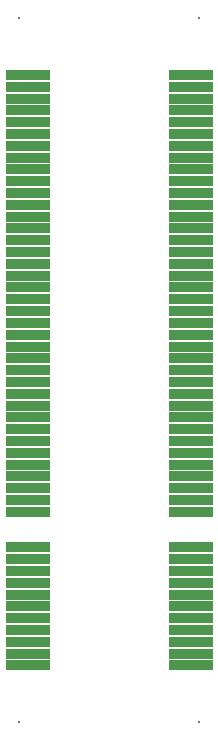
<source format=gbs>
G04*
G04 #@! TF.GenerationSoftware,Altium Limited,Altium Designer,22.11.1 (43)*
G04*
G04 Layer_Color=16711935*
%FSLAX25Y25*%
%MOIN*%
G70*
G04*
G04 #@! TF.SameCoordinates,988EF039-2624-4D26-8916-CB464E9EB79E*
G04*
G04*
G04 #@! TF.FilePolarity,Negative*
G04*
G01*
G75*
%ADD14R,0.14973X0.03556*%
%ADD15C,0.00800*%
D14*
X8268Y2362D02*
D03*
Y6299D02*
D03*
Y10236D02*
D03*
Y14173D02*
D03*
Y18110D02*
D03*
Y22047D02*
D03*
Y25984D02*
D03*
Y29921D02*
D03*
Y33858D02*
D03*
Y37795D02*
D03*
Y41732D02*
D03*
Y53543D02*
D03*
Y57480D02*
D03*
Y61417D02*
D03*
Y65354D02*
D03*
Y69291D02*
D03*
Y73228D02*
D03*
Y77165D02*
D03*
Y81102D02*
D03*
Y85039D02*
D03*
Y88976D02*
D03*
Y92913D02*
D03*
Y96850D02*
D03*
Y100787D02*
D03*
Y104724D02*
D03*
Y108661D02*
D03*
Y112598D02*
D03*
Y116535D02*
D03*
Y120472D02*
D03*
Y124409D02*
D03*
Y128347D02*
D03*
Y132283D02*
D03*
Y136221D02*
D03*
Y140157D02*
D03*
Y144095D02*
D03*
Y148031D02*
D03*
Y151969D02*
D03*
Y155905D02*
D03*
Y159843D02*
D03*
Y163779D02*
D03*
Y167717D02*
D03*
Y171653D02*
D03*
Y175591D02*
D03*
Y179528D02*
D03*
Y183465D02*
D03*
Y187402D02*
D03*
Y191339D02*
D03*
Y195276D02*
D03*
Y199213D02*
D03*
X62598Y2362D02*
D03*
Y6299D02*
D03*
Y10236D02*
D03*
Y14173D02*
D03*
Y18110D02*
D03*
Y22047D02*
D03*
Y25984D02*
D03*
Y29921D02*
D03*
Y33858D02*
D03*
Y37795D02*
D03*
Y41732D02*
D03*
Y53543D02*
D03*
Y57480D02*
D03*
Y61417D02*
D03*
Y65354D02*
D03*
Y69291D02*
D03*
Y73228D02*
D03*
Y77165D02*
D03*
Y81102D02*
D03*
Y85039D02*
D03*
Y88976D02*
D03*
Y92913D02*
D03*
Y96850D02*
D03*
Y100787D02*
D03*
Y104724D02*
D03*
Y108661D02*
D03*
Y112598D02*
D03*
Y116535D02*
D03*
Y120473D02*
D03*
Y124409D02*
D03*
Y128347D02*
D03*
Y132283D02*
D03*
Y136221D02*
D03*
Y140157D02*
D03*
Y144095D02*
D03*
Y148031D02*
D03*
Y151969D02*
D03*
Y155905D02*
D03*
Y159843D02*
D03*
Y163779D02*
D03*
Y167717D02*
D03*
Y171653D02*
D03*
Y175591D02*
D03*
Y179528D02*
D03*
Y183465D02*
D03*
Y187402D02*
D03*
Y191339D02*
D03*
Y195276D02*
D03*
Y199213D02*
D03*
D15*
X5512Y-16535D02*
D03*
Y218110D02*
D03*
X65354Y-16535D02*
D03*
Y218110D02*
D03*
M02*

</source>
